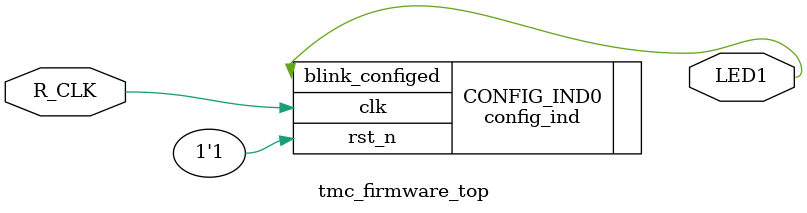
<source format=v>

`timescale 1ns / 100ps

module tmc_firmware_top
  (
   input R_CLK, // pin 27
   output LED1 // pin 132
   );

   // Configuraiton indicator
   config_ind CONFIG_IND0(.clk(R_CLK),.rst_n(1'b1),.blink_configed(LED1));
   
endmodule

</source>
